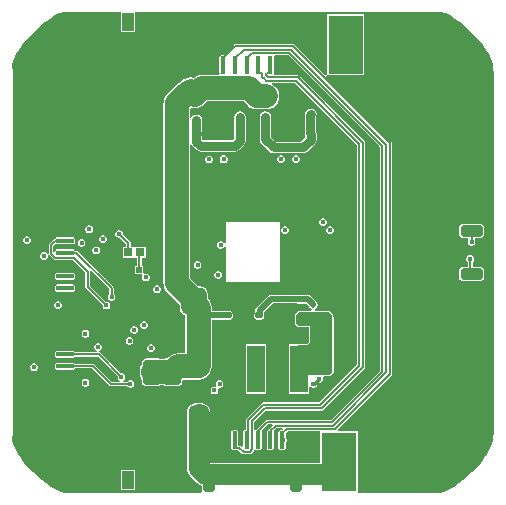
<source format=gtl>
G04*
G04 #@! TF.GenerationSoftware,Altium Limited,Altium Designer,23.8.1 (32)*
G04*
G04 Layer_Physical_Order=1*
G04 Layer_Color=255*
%FSLAX44Y44*%
%MOMM*%
G71*
G04*
G04 #@! TF.SameCoordinates,63047707-2AD3-47D3-9D9A-8CE44674FD2A*
G04*
G04*
G04 #@! TF.FilePolarity,Positive*
G04*
G01*
G75*
%ADD10C,0.2540*%
%ADD11C,0.2000*%
%ADD14C,0.1524*%
%ADD15R,0.8000X0.7000*%
G04:AMPARAMS|DCode=16|XSize=2.16mm|YSize=2.26mm|CornerRadius=0.54mm|HoleSize=0mm|Usage=FLASHONLY|Rotation=0.000|XOffset=0mm|YOffset=0mm|HoleType=Round|Shape=RoundedRectangle|*
%AMROUNDEDRECTD16*
21,1,2.1600,1.1800,0,0,0.0*
21,1,1.0800,2.2600,0,0,0.0*
1,1,1.0800,0.5400,-0.5900*
1,1,1.0800,-0.5400,-0.5900*
1,1,1.0800,-0.5400,0.5900*
1,1,1.0800,0.5400,0.5900*
%
%ADD16ROUNDEDRECTD16*%
G04:AMPARAMS|DCode=17|XSize=0.4mm|YSize=1.5mm|CornerRadius=0.1mm|HoleSize=0mm|Usage=FLASHONLY|Rotation=270.000|XOffset=0mm|YOffset=0mm|HoleType=Round|Shape=RoundedRectangle|*
%AMROUNDEDRECTD17*
21,1,0.4000,1.3000,0,0,270.0*
21,1,0.2000,1.5000,0,0,270.0*
1,1,0.2000,-0.6500,-0.1000*
1,1,0.2000,-0.6500,0.1000*
1,1,0.2000,0.6500,0.1000*
1,1,0.2000,0.6500,-0.1000*
%
%ADD17ROUNDEDRECTD17*%
G04:AMPARAMS|DCode=18|XSize=1mm|YSize=1.5mm|CornerRadius=0.25mm|HoleSize=0mm|Usage=FLASHONLY|Rotation=90.000|XOffset=0mm|YOffset=0mm|HoleType=Round|Shape=RoundedRectangle|*
%AMROUNDEDRECTD18*
21,1,1.0000,1.0000,0,0,90.0*
21,1,0.5000,1.5000,0,0,90.0*
1,1,0.5000,0.5000,0.2500*
1,1,0.5000,0.5000,-0.2500*
1,1,0.5000,-0.5000,-0.2500*
1,1,0.5000,-0.5000,0.2500*
%
%ADD18ROUNDEDRECTD18*%
%ADD19R,0.4682X0.4725*%
%ADD20R,1.0000X1.5000*%
%ADD21R,3.0000X5.0000*%
G04:AMPARAMS|DCode=22|XSize=0.4mm|YSize=1.5mm|CornerRadius=0.1mm|HoleSize=0mm|Usage=FLASHONLY|Rotation=0.000|XOffset=0mm|YOffset=0mm|HoleType=Round|Shape=RoundedRectangle|*
%AMROUNDEDRECTD22*
21,1,0.4000,1.3000,0,0,0.0*
21,1,0.2000,1.5000,0,0,0.0*
1,1,0.2000,0.1000,-0.6500*
1,1,0.2000,-0.1000,-0.6500*
1,1,0.2000,-0.1000,0.6500*
1,1,0.2000,0.1000,0.6500*
%
%ADD22ROUNDEDRECTD22*%
G04:AMPARAMS|DCode=23|XSize=1mm|YSize=1.5mm|CornerRadius=0.25mm|HoleSize=0mm|Usage=FLASHONLY|Rotation=0.000|XOffset=0mm|YOffset=0mm|HoleType=Round|Shape=RoundedRectangle|*
%AMROUNDEDRECTD23*
21,1,1.0000,1.0000,0,0,0.0*
21,1,0.5000,1.5000,0,0,0.0*
1,1,0.5000,0.2500,-0.5000*
1,1,0.5000,-0.2500,-0.5000*
1,1,0.5000,-0.2500,0.5000*
1,1,0.5000,0.2500,0.5000*
%
%ADD23ROUNDEDRECTD23*%
%ADD24R,1.5000X4.0000*%
G04:AMPARAMS|DCode=25|XSize=0.5mm|YSize=0.6mm|CornerRadius=0.125mm|HoleSize=0mm|Usage=FLASHONLY|Rotation=90.000|XOffset=0mm|YOffset=0mm|HoleType=Round|Shape=RoundedRectangle|*
%AMROUNDEDRECTD25*
21,1,0.5000,0.3500,0,0,90.0*
21,1,0.2500,0.6000,0,0,90.0*
1,1,0.2500,0.1750,0.1250*
1,1,0.2500,0.1750,-0.1250*
1,1,0.2500,-0.1750,-0.1250*
1,1,0.2500,-0.1750,0.1250*
%
%ADD25ROUNDEDRECTD25*%
G04:AMPARAMS|DCode=26|XSize=1.016mm|YSize=1.8796mm|CornerRadius=0.254mm|HoleSize=0mm|Usage=FLASHONLY|Rotation=270.000|XOffset=0mm|YOffset=0mm|HoleType=Round|Shape=RoundedRectangle|*
%AMROUNDEDRECTD26*
21,1,1.0160,1.3716,0,0,270.0*
21,1,0.5080,1.8796,0,0,270.0*
1,1,0.5080,-0.6858,-0.2540*
1,1,0.5080,-0.6858,0.2540*
1,1,0.5080,0.6858,0.2540*
1,1,0.5080,0.6858,-0.2540*
%
%ADD26ROUNDEDRECTD26*%
G04:AMPARAMS|DCode=27|XSize=1.5mm|YSize=1mm|CornerRadius=0.25mm|HoleSize=0mm|Usage=FLASHONLY|Rotation=180.000|XOffset=0mm|YOffset=0mm|HoleType=Round|Shape=RoundedRectangle|*
%AMROUNDEDRECTD27*
21,1,1.5000,0.5000,0,0,180.0*
21,1,1.0000,1.0000,0,0,180.0*
1,1,0.5000,-0.5000,0.2500*
1,1,0.5000,0.5000,0.2500*
1,1,0.5000,0.5000,-0.2500*
1,1,0.5000,-0.5000,-0.2500*
%
%ADD27ROUNDEDRECTD27*%
G04:AMPARAMS|DCode=28|XSize=1.397mm|YSize=1.651mm|CornerRadius=0.3493mm|HoleSize=0mm|Usage=FLASHONLY|Rotation=90.000|XOffset=0mm|YOffset=0mm|HoleType=Round|Shape=RoundedRectangle|*
%AMROUNDEDRECTD28*
21,1,1.3970,0.9525,0,0,90.0*
21,1,0.6985,1.6510,0,0,90.0*
1,1,0.6985,0.4763,0.3493*
1,1,0.6985,0.4763,-0.3493*
1,1,0.6985,-0.4763,-0.3493*
1,1,0.6985,-0.4763,0.3493*
%
%ADD28ROUNDEDRECTD28*%
%ADD46C,0.1500*%
%ADD47C,1.7780*%
%ADD48C,2.0320*%
%ADD49C,0.1519*%
%ADD50C,0.1520*%
%ADD51C,0.5080*%
%ADD52C,0.7620*%
%ADD53C,0.5000*%
%ADD54C,0.1016*%
%ADD55C,5.0800*%
%ADD56C,0.4500*%
%ADD57C,0.6000*%
G36*
X27657Y167095D02*
X30490D01*
X107913Y89672D01*
Y-100086D01*
X66304Y-141695D01*
X12446D01*
X11752Y-141833D01*
X11163Y-142227D01*
X3321Y-150069D01*
X3067Y-150449D01*
X2844Y-150598D01*
X1822Y-150230D01*
X1574Y-150035D01*
Y-143631D01*
X11310Y-133894D01*
X58796D01*
X59490Y-133756D01*
X60079Y-133363D01*
X95026Y-98416D01*
X95419Y-97827D01*
X95557Y-97133D01*
Y92947D01*
X95419Y93641D01*
X95026Y94230D01*
X39483Y149773D01*
X38894Y150167D01*
X38200Y150305D01*
X37080D01*
X36881Y150344D01*
X27597D01*
X27397Y150305D01*
X23060D01*
X22875Y150428D01*
X22181Y150566D01*
X18827D01*
X18562Y150823D01*
X17973Y151837D01*
X18055Y152250D01*
Y165250D01*
X17921Y165925D01*
X17945Y166108D01*
X18652Y167195D01*
X27155D01*
X27657Y167095D01*
D02*
G37*
G36*
X-155058Y203665D02*
X-112281D01*
X-111159Y203307D01*
X-111159Y202395D01*
Y186276D01*
X-99127D01*
Y202395D01*
X-99127Y203307D01*
X-98005Y203665D01*
X153796D01*
X153805Y203665D01*
X155058Y203665D01*
X156289Y203571D01*
X159386Y203328D01*
X163608Y202314D01*
X167619Y200653D01*
X170697Y198766D01*
X171715Y198019D01*
X171715Y198019D01*
X171715Y198019D01*
X178015Y193053D01*
X185829Y185829D01*
X193053Y178015D01*
X198019Y171715D01*
X198019Y171715D01*
X198019Y171715D01*
X198766Y170697D01*
X200653Y167619D01*
X202314Y163608D01*
X203328Y159386D01*
X203571Y156290D01*
X203665Y155058D01*
X203843Y154164D01*
X204002Y153927D01*
X204203Y153626D01*
Y-153626D01*
X203843Y-154164D01*
X203665Y-155058D01*
X203571Y-156290D01*
X203328Y-159386D01*
X202314Y-163608D01*
X200653Y-167619D01*
X198766Y-170697D01*
X198019Y-171715D01*
X198019Y-171715D01*
X198019Y-171715D01*
X193053Y-178015D01*
X185829Y-185829D01*
X178015Y-193053D01*
X171715Y-198019D01*
X171715Y-198019D01*
X171715Y-198019D01*
X170697Y-198766D01*
X167619Y-200653D01*
X163608Y-202314D01*
X159386Y-203328D01*
X156347Y-203567D01*
X155595Y-203417D01*
X90288D01*
X89168Y-203054D01*
Y-151022D01*
X72615D01*
X72089Y-149752D01*
X117617Y-104224D01*
X118011Y-103635D01*
X118149Y-102939D01*
Y92456D01*
X118011Y93151D01*
X117617Y93741D01*
X62549Y148808D01*
X63148Y150006D01*
X63818Y150006D01*
X94756D01*
Y202038D01*
X62724D01*
Y151192D01*
X62724Y150430D01*
X61526Y149831D01*
X35617Y175741D01*
X35027Y176135D01*
X34332Y176273D01*
X-14794D01*
X-15489Y176135D01*
X-16079Y175741D01*
X-24514Y167306D01*
X-26000D01*
X-26787Y167149D01*
X-27453Y166703D01*
X-27899Y166037D01*
X-28056Y165250D01*
Y152250D01*
X-27933Y151636D01*
X-28097Y151190D01*
X-28693Y150366D01*
X-43028D01*
X-43028Y150366D01*
X-44487Y150174D01*
X-45947Y149982D01*
X-47073Y149516D01*
X-48666Y148856D01*
X-49828Y147964D01*
X-52451Y148309D01*
X-55370Y147925D01*
X-58089Y146799D01*
X-60425Y145007D01*
X-61982Y143450D01*
X-62788Y143116D01*
X-65124Y141324D01*
X-72236Y134212D01*
X-74028Y131876D01*
X-75154Y129157D01*
X-75346Y127697D01*
X-75539Y126238D01*
X-75539Y126238D01*
Y-25938D01*
X-75539Y-25938D01*
X-75346Y-27397D01*
X-75154Y-28857D01*
X-74688Y-29983D01*
X-74028Y-31576D01*
X-72236Y-33912D01*
X-61748Y-44400D01*
Y-46794D01*
X-61250Y-49297D01*
X-59832Y-51420D01*
X-57709Y-52838D01*
X-56996Y-52979D01*
Y-57912D01*
Y-85244D01*
X-62992D01*
X-62992Y-85244D01*
X-65911Y-85628D01*
X-68630Y-86754D01*
X-70966Y-88546D01*
X-70966Y-88546D01*
X-72093Y-89674D01*
X-73327D01*
X-74699Y-89947D01*
X-74882Y-90070D01*
X-78281D01*
X-78465Y-89947D01*
X-79837Y-89674D01*
X-89837D01*
X-91209Y-89947D01*
X-92372Y-90724D01*
X-93149Y-91887D01*
X-93422Y-93259D01*
Y-94578D01*
X-94094Y-95454D01*
X-95220Y-98174D01*
X-95604Y-101092D01*
X-95220Y-104011D01*
X-94094Y-106730D01*
X-93420Y-107608D01*
Y-109687D01*
X-93147Y-111059D01*
X-92370Y-112222D01*
X-91207Y-112999D01*
X-89835Y-113272D01*
X-79835D01*
X-78463Y-112999D01*
X-77899Y-112622D01*
X-75261D01*
X-74697Y-112999D01*
X-73325Y-113272D01*
X-63325D01*
X-61953Y-112999D01*
X-60790Y-112222D01*
X-60013Y-111059D01*
X-59740Y-109687D01*
Y-109216D01*
X-58321Y-107796D01*
X-45720D01*
X-42801Y-107412D01*
X-40082Y-106286D01*
X-37746Y-104494D01*
X-35954Y-102158D01*
X-34828Y-99439D01*
X-34444Y-96520D01*
Y-56970D01*
X-20914D01*
X-20565Y-56900D01*
X-19164D01*
X-18280Y-56725D01*
X-17530Y-56224D01*
X-17030Y-55474D01*
X-16854Y-54590D01*
Y-52090D01*
X-17030Y-51206D01*
X-17530Y-50456D01*
X-18280Y-49956D01*
X-19164Y-49780D01*
X-20565D01*
X-20914Y-49710D01*
X-34444D01*
Y-46882D01*
X-34828Y-43963D01*
X-35954Y-41244D01*
X-37746Y-38908D01*
X-37864Y-38818D01*
Y-34994D01*
X-38362Y-32491D01*
X-39780Y-30368D01*
X-41903Y-28950D01*
X-44406Y-28452D01*
X-45800D01*
X-52986Y-21267D01*
Y91081D01*
X-51715Y91466D01*
X-51028Y90437D01*
X-47278Y86688D01*
X-45681Y85620D01*
X-43796Y85245D01*
X-15240D01*
X-13355Y85620D01*
X-11758Y86688D01*
X-7186Y91260D01*
X-6118Y92857D01*
X-5743Y94742D01*
Y106934D01*
Y114554D01*
X-6118Y116439D01*
X-7186Y118036D01*
X-8783Y119104D01*
X-10668Y119479D01*
X-12553Y119104D01*
X-14150Y118036D01*
X-15218Y116439D01*
X-15593Y114554D01*
Y106934D01*
Y96782D01*
X-17280Y95095D01*
X-41757D01*
X-42621Y95960D01*
Y96520D01*
X-42996Y98405D01*
X-43335Y98912D01*
Y101748D01*
X-42996Y102255D01*
X-42621Y104140D01*
Y111519D01*
X-42573Y111760D01*
X-42948Y113645D01*
X-44016Y115242D01*
X-45613Y116310D01*
X-47498Y116685D01*
X-49383Y116310D01*
X-50980Y115242D01*
X-51028Y115194D01*
X-51715Y114166D01*
X-52986Y114551D01*
Y121567D01*
X-51975Y122577D01*
X-51687Y122458D01*
X-48768Y122073D01*
X-45849Y122458D01*
X-43130Y123584D01*
X-40794Y125376D01*
X-38357Y127814D01*
X-7617D01*
X-4164Y124360D01*
X-4164Y124360D01*
X-1828Y122568D01*
X891Y121442D01*
X3810Y121058D01*
X11430D01*
X14349Y121442D01*
X17068Y122568D01*
X19404Y124360D01*
X21196Y126696D01*
X22322Y129415D01*
X22706Y132334D01*
X22322Y135253D01*
X21196Y137972D01*
X19404Y140308D01*
X17068Y142100D01*
X16467Y142349D01*
X16720Y143619D01*
X20189D01*
X20374Y143495D01*
X21068Y143357D01*
X36073D01*
X88610Y90821D01*
Y-95007D01*
X56670Y-126947D01*
X9184D01*
X8490Y-127085D01*
X7901Y-127478D01*
X-4842Y-140222D01*
X-5236Y-140810D01*
X-5374Y-141505D01*
Y-150195D01*
X-6000D01*
X-6787Y-150351D01*
X-7454Y-150796D01*
X-7899Y-151463D01*
X-8055Y-152250D01*
Y-164149D01*
X-9326Y-164675D01*
X-9942Y-164059D01*
X-10530Y-163666D01*
X-11225Y-163528D01*
X-11945D01*
Y-152250D01*
X-12101Y-151463D01*
X-12546Y-150796D01*
X-13213Y-150351D01*
X-14000Y-150195D01*
X-16000D01*
X-16787Y-150351D01*
X-17454Y-150796D01*
X-17899Y-151463D01*
X-18055Y-152250D01*
Y-165250D01*
X-17899Y-166037D01*
X-17454Y-166703D01*
X-16787Y-167149D01*
X-16000Y-167306D01*
X-14000D01*
X-13250Y-167156D01*
X-11976D01*
X-8840Y-170292D01*
X-8252Y-170686D01*
X-7557Y-170824D01*
X-2443D01*
X-1748Y-170686D01*
X-1160Y-170292D01*
X1042Y-168090D01*
X1436Y-167502D01*
X1462Y-167367D01*
X1854Y-167128D01*
X2724Y-166876D01*
X2813Y-166882D01*
X3213Y-167149D01*
X4000Y-167306D01*
X6000D01*
X6787Y-167149D01*
X7454Y-166703D01*
X7899Y-166037D01*
X8055Y-165250D01*
Y-152250D01*
X7899Y-151463D01*
X7563Y-150960D01*
X13198Y-145325D01*
X16641D01*
X17127Y-146498D01*
X13715Y-149910D01*
X13452Y-150303D01*
X13213Y-150351D01*
X12547Y-150796D01*
X12101Y-151463D01*
X11945Y-152250D01*
Y-158186D01*
X11920Y-158245D01*
Y-159544D01*
X11945Y-159603D01*
Y-165250D01*
X12101Y-166037D01*
X12547Y-166703D01*
X13213Y-167149D01*
X14000Y-167306D01*
X16000D01*
X16787Y-167149D01*
X17454Y-166703D01*
X17899Y-166037D01*
X18055Y-165250D01*
Y-160502D01*
X18452Y-159544D01*
Y-158245D01*
X18055Y-157287D01*
Y-152250D01*
X17899Y-151463D01*
X17659Y-151105D01*
X20389Y-148375D01*
X24924D01*
X25546Y-149645D01*
X25119Y-150195D01*
X24000D01*
X23213Y-150351D01*
X22547Y-150796D01*
X22101Y-151463D01*
X21944Y-152250D01*
Y-165250D01*
X22101Y-166037D01*
X22547Y-166703D01*
X23213Y-167149D01*
X24000Y-167306D01*
X26000D01*
X26787Y-167149D01*
X27453Y-166703D01*
X27899Y-166037D01*
X28056Y-165250D01*
Y-161312D01*
X28369Y-160998D01*
X28866Y-159798D01*
Y-158499D01*
X28369Y-157298D01*
X28056Y-156985D01*
Y-152764D01*
X29721Y-151099D01*
X57002D01*
X57136Y-152322D01*
Y-177964D01*
X-35724D01*
Y-137160D01*
X-36065Y-134573D01*
X-36361Y-133859D01*
Y-133667D01*
X-36711Y-131908D01*
X-37707Y-130417D01*
X-39198Y-129421D01*
X-39642Y-129332D01*
X-40722Y-128504D01*
X-43133Y-127505D01*
X-45720Y-127164D01*
X-48307Y-127505D01*
X-50718Y-128504D01*
X-51798Y-129332D01*
X-52242Y-129421D01*
X-53733Y-130417D01*
X-54729Y-131908D01*
X-55079Y-133667D01*
Y-133859D01*
X-55375Y-134573D01*
X-55715Y-137160D01*
Y-182118D01*
X-55375Y-184705D01*
X-54376Y-187116D01*
X-52788Y-189186D01*
X-46946Y-195028D01*
X-44876Y-196616D01*
X-42995Y-197395D01*
Y-200580D01*
X-42722Y-201952D01*
X-42591Y-202147D01*
X-43270Y-203417D01*
X-154520D01*
X-155414Y-203595D01*
X-155474Y-203636D01*
X-159386Y-203328D01*
X-163608Y-202314D01*
X-167619Y-200653D01*
X-170697Y-198766D01*
X-171715Y-198019D01*
X-171715Y-198019D01*
X-171715Y-198019D01*
X-178015Y-193053D01*
X-185829Y-185829D01*
X-193053Y-178015D01*
X-198019Y-171715D01*
X-198019Y-171715D01*
X-198019Y-171715D01*
X-198766Y-170697D01*
X-200653Y-167619D01*
X-202314Y-163608D01*
X-203328Y-159386D01*
X-203585Y-156121D01*
X-203305Y-155703D01*
X-203128Y-154810D01*
Y155306D01*
X-203305Y156199D01*
X-203550Y156565D01*
X-203328Y159386D01*
X-202314Y163608D01*
X-200653Y167619D01*
X-198766Y170697D01*
X-198019Y171715D01*
X-198019Y171715D01*
X-198019Y171715D01*
X-193053Y178015D01*
X-185829Y185829D01*
X-178015Y193053D01*
X-171715Y198019D01*
X-171715Y198019D01*
X-171715Y198019D01*
X-170697Y198766D01*
X-167619Y200653D01*
X-163608Y202314D01*
X-159386Y203328D01*
X-155069Y203667D01*
X-155058Y203665D01*
D02*
G37*
%LPC*%
G36*
X49334Y121868D02*
X47450Y121493D01*
X45852Y120426D01*
X45540Y120114D01*
X44472Y118516D01*
X44097Y116631D01*
Y108712D01*
Y100838D01*
X44351Y99561D01*
Y97375D01*
X40801Y93825D01*
X19820D01*
X15847Y97798D01*
Y106934D01*
Y114554D01*
X15472Y116439D01*
X14404Y118036D01*
X12807Y119104D01*
X10922Y119479D01*
X9037Y119104D01*
X7440Y118036D01*
X6372Y116439D01*
X5997Y114554D01*
Y106934D01*
Y95758D01*
X6372Y93873D01*
X7440Y92276D01*
X14298Y85418D01*
X15895Y84350D01*
X17780Y83975D01*
X42841D01*
X44726Y84350D01*
X46323Y85418D01*
X52758Y91853D01*
X53826Y93450D01*
X54201Y95335D01*
Y100584D01*
X53947Y101861D01*
Y108712D01*
Y115374D01*
X54259Y116944D01*
X53884Y118828D01*
X52816Y120426D01*
X51219Y121493D01*
X49334Y121868D01*
D02*
G37*
G36*
X37480Y82224D02*
X36180D01*
X34980Y81727D01*
X34061Y80808D01*
X33564Y79608D01*
Y78308D01*
X34061Y77108D01*
X34980Y76189D01*
X36180Y75692D01*
X37480D01*
X38680Y76189D01*
X39599Y77108D01*
X40096Y78308D01*
Y79608D01*
X39599Y80808D01*
X38680Y81727D01*
X37480Y82224D01*
D02*
G37*
G36*
X24780D02*
X23480D01*
X22280Y81727D01*
X21361Y80808D01*
X20864Y79608D01*
Y78308D01*
X21361Y77108D01*
X22280Y76189D01*
X23480Y75692D01*
X24780D01*
X25980Y76189D01*
X26899Y77108D01*
X27396Y78308D01*
Y79608D01*
X26899Y80808D01*
X25980Y81727D01*
X24780Y82224D01*
D02*
G37*
G36*
X-23770Y82106D02*
X-25070D01*
X-26270Y81609D01*
X-27189Y80690D01*
X-27686Y79490D01*
Y78190D01*
X-27189Y76990D01*
X-26270Y76071D01*
X-25070Y75574D01*
X-23770D01*
X-22570Y76071D01*
X-21651Y76990D01*
X-21154Y78190D01*
Y79490D01*
X-21651Y80690D01*
X-22570Y81609D01*
X-23770Y82106D01*
D02*
G37*
G36*
X-36180Y82006D02*
X-37480D01*
X-38680Y81509D01*
X-39599Y80590D01*
X-40096Y79390D01*
Y78090D01*
X-39599Y76890D01*
X-38680Y75971D01*
X-37480Y75474D01*
X-36180D01*
X-34980Y75971D01*
X-34061Y76890D01*
X-33564Y78090D01*
Y79390D01*
X-34061Y80590D01*
X-34980Y81509D01*
X-36180Y82006D01*
D02*
G37*
G36*
X60340Y28920D02*
X59040D01*
X57840Y28423D01*
X56921Y27504D01*
X56424Y26304D01*
Y25004D01*
X56921Y23804D01*
X57840Y22885D01*
X59040Y22388D01*
X60340D01*
X61540Y22885D01*
X62459Y23804D01*
X62956Y25004D01*
Y26304D01*
X62459Y27504D01*
X61540Y28423D01*
X60340Y28920D01*
D02*
G37*
G36*
X-137526Y22824D02*
X-138826D01*
X-140026Y22327D01*
X-140945Y21408D01*
X-141442Y20208D01*
Y18908D01*
X-140945Y17708D01*
X-140026Y16789D01*
X-138826Y16292D01*
X-137526D01*
X-136326Y16789D01*
X-135407Y17708D01*
X-134910Y18908D01*
Y20208D01*
X-135407Y21408D01*
X-136326Y22327D01*
X-137526Y22824D01*
D02*
G37*
G36*
X66182Y22316D02*
X64882D01*
X63682Y21819D01*
X62763Y20900D01*
X62266Y19700D01*
Y18400D01*
X62763Y17200D01*
X63682Y16281D01*
X64882Y15784D01*
X66182D01*
X67382Y16281D01*
X68301Y17200D01*
X68798Y18400D01*
Y19700D01*
X68301Y20900D01*
X67382Y21819D01*
X66182Y22316D01*
D02*
G37*
G36*
X28082D02*
X26782D01*
X25582Y21819D01*
X24663Y20900D01*
X24166Y19700D01*
Y18400D01*
X24663Y17200D01*
X25582Y16281D01*
X26782Y15784D01*
X28082D01*
X29282Y16281D01*
X30201Y17200D01*
X30698Y18400D01*
Y19700D01*
X30201Y20900D01*
X29282Y21819D01*
X28082Y22316D01*
D02*
G37*
G36*
X22860Y25400D02*
X-22860D01*
Y8392D01*
X-24130Y8139D01*
X-24155Y8200D01*
X-25074Y9119D01*
X-26274Y9616D01*
X-27574D01*
X-28774Y9119D01*
X-29693Y8200D01*
X-30190Y7000D01*
Y5700D01*
X-29693Y4500D01*
X-28774Y3581D01*
X-27574Y3084D01*
X-26274D01*
X-25074Y3581D01*
X-24155Y4500D01*
X-24130Y4561D01*
X-22860Y4308D01*
Y-25400D01*
X22860D01*
Y25400D01*
D02*
G37*
G36*
X-125933Y14442D02*
X-127233D01*
X-128433Y13945D01*
X-129352Y13026D01*
X-129849Y11826D01*
Y10526D01*
X-129352Y9326D01*
X-128433Y8407D01*
X-127233Y7910D01*
X-125933D01*
X-124733Y8407D01*
X-123814Y9326D01*
X-123317Y10526D01*
Y11826D01*
X-123814Y13026D01*
X-124733Y13945D01*
X-125933Y14442D01*
D02*
G37*
G36*
X-190358Y13934D02*
X-191658D01*
X-192858Y13437D01*
X-193777Y12518D01*
X-194274Y11318D01*
Y10018D01*
X-193777Y8818D01*
X-192858Y7899D01*
X-191658Y7402D01*
X-190358D01*
X-189158Y7899D01*
X-188239Y8818D01*
X-187742Y10018D01*
Y11318D01*
X-188239Y12518D01*
X-189158Y13437D01*
X-190358Y13934D01*
D02*
G37*
G36*
X-152250Y12895D02*
X-165250D01*
X-166037Y12739D01*
X-166703Y12293D01*
X-167149Y11627D01*
X-167193Y11407D01*
X-167869Y11272D01*
X-168455Y10881D01*
X-171710Y7626D01*
X-172101Y7041D01*
X-172239Y6350D01*
Y-781D01*
X-172239Y-1279D01*
X-172278Y-1332D01*
X-173534Y-1492D01*
X-173761Y-944D01*
X-174680Y-25D01*
X-175880Y472D01*
X-177180D01*
X-178380Y-25D01*
X-179299Y-944D01*
X-179796Y-2144D01*
Y-3444D01*
X-179299Y-4644D01*
X-178380Y-5563D01*
X-177180Y-6060D01*
X-175880D01*
X-174680Y-5563D01*
X-173761Y-4644D01*
X-173264Y-3444D01*
X-173264Y-2342D01*
X-172101Y-1970D01*
X-171710Y-2555D01*
X-168079Y-6186D01*
X-167494Y-6577D01*
X-166803Y-6715D01*
X-151944D01*
X-141415Y-17244D01*
Y-29013D01*
X-141278Y-29704D01*
X-140886Y-30289D01*
X-126981Y-44195D01*
X-127000Y-44240D01*
Y-45539D01*
X-126503Y-46740D01*
X-125584Y-47658D01*
X-124384Y-48156D01*
X-123084D01*
X-121884Y-47658D01*
X-120965Y-46740D01*
X-120468Y-45539D01*
Y-44240D01*
X-120965Y-43040D01*
X-121884Y-42121D01*
X-123084Y-41624D01*
X-124384D01*
X-124429Y-41642D01*
X-137806Y-28266D01*
Y-16496D01*
X-137943Y-15806D01*
X-138041Y-15659D01*
X-137055Y-14850D01*
X-121185Y-30719D01*
Y-34778D01*
X-121230Y-34797D01*
X-122149Y-35715D01*
X-122646Y-36916D01*
Y-38215D01*
X-122149Y-39415D01*
X-121230Y-40334D01*
X-120030Y-40831D01*
X-118730D01*
X-117530Y-40334D01*
X-116611Y-39415D01*
X-116114Y-38215D01*
Y-36916D01*
X-116611Y-35715D01*
X-117530Y-34797D01*
X-117575Y-34778D01*
Y-29972D01*
X-117713Y-29281D01*
X-118104Y-28696D01*
X-147916Y1116D01*
X-148501Y1507D01*
X-149192Y1645D01*
X-150363D01*
X-150796Y2294D01*
X-151463Y2739D01*
X-152250Y2896D01*
X-165250D01*
X-166037Y2739D01*
X-166703Y2294D01*
X-167149Y1627D01*
X-167206Y1343D01*
X-168284Y756D01*
X-168575Y731D01*
X-168629Y767D01*
Y5602D01*
X-166833Y7399D01*
X-166703Y7387D01*
X-166037Y6941D01*
X-165250Y6784D01*
X-152250D01*
X-151463Y6941D01*
X-150796Y7387D01*
X-150351Y8053D01*
X-150195Y8840D01*
Y10840D01*
X-150351Y11627D01*
X-150796Y12293D01*
X-151463Y12739D01*
X-152250Y12895D01*
D02*
G37*
G36*
X192278Y24454D02*
X178562D01*
X177174Y24178D01*
X175998Y23392D01*
X175212Y22215D01*
X174936Y20828D01*
Y15748D01*
X175212Y14361D01*
X175998Y13184D01*
X177174Y12398D01*
X178562Y12122D01*
X182237D01*
X182764Y10852D01*
X182651Y10740D01*
X182154Y9540D01*
Y8240D01*
X182651Y7040D01*
X183570Y6121D01*
X184770Y5624D01*
X186070D01*
X187270Y6121D01*
X188189Y7040D01*
X188686Y8240D01*
Y9540D01*
X188189Y10740D01*
X188076Y10852D01*
X188603Y12122D01*
X192278D01*
X193666Y12398D01*
X194842Y13184D01*
X195628Y14361D01*
X195904Y15748D01*
Y20828D01*
X195628Y22215D01*
X194842Y23392D01*
X193666Y24178D01*
X192278Y24454D01*
D02*
G37*
G36*
X-144130Y11140D02*
X-145430D01*
X-146630Y10643D01*
X-147549Y9724D01*
X-148046Y8524D01*
Y7224D01*
X-147549Y6024D01*
X-146630Y5105D01*
X-145430Y4608D01*
X-144130D01*
X-142930Y5105D01*
X-142011Y6024D01*
X-141514Y7224D01*
Y8524D01*
X-142011Y9724D01*
X-142930Y10643D01*
X-144130Y11140D01*
D02*
G37*
G36*
X-131593Y4938D02*
X-132893D01*
X-134093Y4441D01*
X-135012Y3522D01*
X-135509Y2322D01*
Y1022D01*
X-135012Y-178D01*
X-134093Y-1097D01*
X-132893Y-1594D01*
X-131593D01*
X-130393Y-1097D01*
X-129474Y-178D01*
X-128977Y1022D01*
Y2322D01*
X-129474Y3522D01*
X-130393Y4441D01*
X-131593Y4938D01*
D02*
G37*
G36*
X-45832Y-7402D02*
X-47132D01*
X-48332Y-7899D01*
X-49251Y-8818D01*
X-49748Y-10018D01*
Y-11318D01*
X-49251Y-12518D01*
X-48332Y-13437D01*
X-47132Y-13934D01*
X-45832D01*
X-44632Y-13437D01*
X-43713Y-12518D01*
X-43216Y-11318D01*
Y-10018D01*
X-43713Y-8818D01*
X-44632Y-7899D01*
X-45832Y-7402D01*
D02*
G37*
G36*
X-28306Y-15784D02*
X-29606D01*
X-30806Y-16281D01*
X-31725Y-17200D01*
X-32222Y-18400D01*
Y-19700D01*
X-31725Y-20900D01*
X-30806Y-21819D01*
X-29606Y-22316D01*
X-28306D01*
X-27106Y-21819D01*
X-26187Y-20900D01*
X-25690Y-19700D01*
Y-18400D01*
X-26187Y-17200D01*
X-27106Y-16281D01*
X-28306Y-15784D01*
D02*
G37*
G36*
X-152250Y-17105D02*
X-165250D01*
X-166037Y-17261D01*
X-166703Y-17707D01*
X-167149Y-18373D01*
X-167306Y-19160D01*
Y-21160D01*
X-167149Y-21947D01*
X-166703Y-22613D01*
X-166037Y-23059D01*
X-165250Y-23215D01*
X-152250D01*
X-151463Y-23059D01*
X-150796Y-22613D01*
X-150351Y-21947D01*
X-150195Y-21160D01*
Y-19160D01*
X-150351Y-18373D01*
X-150796Y-17707D01*
X-151463Y-17261D01*
X-152250Y-17105D01*
D02*
G37*
G36*
X-112126Y19014D02*
X-113426D01*
X-114626Y18517D01*
X-115545Y17598D01*
X-116042Y16398D01*
Y15098D01*
X-115545Y13898D01*
X-114626Y12979D01*
X-113426Y12482D01*
X-112423D01*
X-107060Y7119D01*
Y4516D01*
X-110016D01*
Y-4516D01*
X-97860D01*
Y-11100D01*
X-99157D01*
Y-17856D01*
X-93577D01*
X-93051Y-19126D01*
X-93193Y-19268D01*
X-93690Y-20468D01*
Y-21768D01*
X-93193Y-22968D01*
X-92274Y-23887D01*
X-91074Y-24384D01*
X-89774D01*
X-88574Y-23887D01*
X-87655Y-22968D01*
X-87158Y-21768D01*
Y-20468D01*
X-87655Y-19268D01*
X-88574Y-18349D01*
X-89774Y-17852D01*
X-91074D01*
X-91192Y-17901D01*
X-92444Y-17045D01*
Y-11100D01*
X-93741D01*
Y-4516D01*
X-89984D01*
Y4516D01*
X-102940D01*
Y7972D01*
X-103097Y8760D01*
X-103544Y9428D01*
X-109510Y15395D01*
Y16398D01*
X-110007Y17598D01*
X-110926Y18517D01*
X-112126Y19014D01*
D02*
G37*
G36*
X185054Y-2068D02*
X183754D01*
X182554Y-2565D01*
X181635Y-3484D01*
X181138Y-4684D01*
Y-5984D01*
X181635Y-7184D01*
X182344Y-7893D01*
Y-12122D01*
X178562D01*
X177174Y-12398D01*
X175998Y-13184D01*
X175212Y-14361D01*
X174936Y-15748D01*
Y-20828D01*
X175212Y-22215D01*
X175998Y-23392D01*
X177174Y-24178D01*
X178562Y-24454D01*
X192278D01*
X193666Y-24178D01*
X194842Y-23392D01*
X195628Y-22215D01*
X195904Y-20828D01*
Y-15748D01*
X195628Y-14361D01*
X194842Y-13184D01*
X193666Y-12398D01*
X192278Y-12122D01*
X186464D01*
Y-7893D01*
X187173Y-7184D01*
X187670Y-5984D01*
Y-4684D01*
X187173Y-3484D01*
X186254Y-2565D01*
X185054Y-2068D01*
D02*
G37*
G36*
X-152250Y-27104D02*
X-165250D01*
X-166037Y-27261D01*
X-166703Y-27706D01*
X-167149Y-28373D01*
X-167306Y-29160D01*
Y-31160D01*
X-167149Y-31947D01*
X-166703Y-32613D01*
X-166037Y-33059D01*
X-165250Y-33215D01*
X-152250D01*
X-151463Y-33059D01*
X-150796Y-32613D01*
X-150351Y-31947D01*
X-150195Y-31160D01*
Y-29160D01*
X-150351Y-28373D01*
X-150796Y-27706D01*
X-151463Y-27261D01*
X-152250Y-27104D01*
D02*
G37*
G36*
X-80122Y-27976D02*
X-81422D01*
X-82622Y-28473D01*
X-83541Y-29392D01*
X-84038Y-30592D01*
Y-31892D01*
X-83541Y-33092D01*
X-82622Y-34011D01*
X-81422Y-34508D01*
X-80122D01*
X-78922Y-34011D01*
X-78003Y-33092D01*
X-77506Y-31892D01*
Y-30592D01*
X-78003Y-29392D01*
X-78922Y-28473D01*
X-80122Y-27976D01*
D02*
G37*
G36*
X-164156Y-41478D02*
X-165456D01*
X-166656Y-41975D01*
X-167575Y-42894D01*
X-168072Y-44094D01*
Y-45394D01*
X-167575Y-46594D01*
X-166656Y-47513D01*
X-165456Y-48010D01*
X-164156D01*
X-162956Y-47513D01*
X-162037Y-46594D01*
X-161540Y-45394D01*
Y-44094D01*
X-162037Y-42894D01*
X-162956Y-41975D01*
X-164156Y-41478D01*
D02*
G37*
G36*
X38100Y-35740D02*
X15449D01*
X14060Y-36017D01*
X12883Y-36803D01*
X12882Y-36804D01*
X3567Y-46119D01*
X2781Y-47296D01*
X2504Y-48685D01*
Y-50313D01*
X2290Y-50456D01*
X1789Y-51206D01*
X1614Y-52090D01*
Y-54590D01*
X1789Y-55474D01*
X2290Y-56224D01*
X3040Y-56725D01*
X3924Y-56900D01*
X5325D01*
X5674Y-56970D01*
X6094D01*
X6443Y-56900D01*
X7424D01*
X8308Y-56725D01*
X9058Y-56224D01*
X9559Y-55474D01*
X9734Y-54590D01*
Y-53447D01*
X9764Y-53300D01*
Y-50189D01*
X16953Y-43000D01*
X37077D01*
X38354Y-43254D01*
X45740D01*
X48116Y-45630D01*
X48209Y-46093D01*
X48995Y-47271D01*
X49971Y-47922D01*
X49895Y-48819D01*
X49759Y-49192D01*
X39370D01*
X39370Y-49192D01*
X38592Y-49514D01*
X38592Y-49514D01*
X36306Y-51800D01*
X36306Y-51800D01*
X35984Y-52578D01*
Y-59690D01*
X36306Y-60468D01*
X38846Y-63008D01*
X39624Y-63330D01*
X47414D01*
X47414Y-76240D01*
X46119Y-77536D01*
X30566D01*
Y-119568D01*
X47598D01*
Y-113613D01*
X48177Y-113336D01*
X48868Y-113223D01*
X49640Y-113996D01*
X50840Y-114493D01*
X52140D01*
X53340Y-113996D01*
X54259Y-113077D01*
X54756Y-111876D01*
Y-111565D01*
X56121Y-110200D01*
X57038D01*
X58238Y-109703D01*
X59157Y-108784D01*
X59654Y-107584D01*
Y-106284D01*
X59537Y-106002D01*
X60385Y-104732D01*
X65278D01*
X66056Y-104410D01*
X68342Y-102124D01*
X68664Y-101346D01*
Y-54864D01*
X68410Y-54251D01*
Y-52832D01*
X68088Y-52054D01*
X65548Y-49514D01*
X64770Y-49192D01*
X53365D01*
X53229Y-48819D01*
X53153Y-47922D01*
X54129Y-47271D01*
X54915Y-46093D01*
X55192Y-44704D01*
Y-43942D01*
X54915Y-42553D01*
X54129Y-41375D01*
X54128Y-41375D01*
X49811Y-37057D01*
X48633Y-36271D01*
X47244Y-35994D01*
X39377D01*
X38100Y-35740D01*
D02*
G37*
G36*
X-91044Y-58202D02*
X-92344D01*
X-93544Y-58699D01*
X-94463Y-59618D01*
X-94960Y-60818D01*
Y-62118D01*
X-94463Y-63318D01*
X-93544Y-64237D01*
X-92344Y-64734D01*
X-91044D01*
X-89844Y-64237D01*
X-88925Y-63318D01*
X-88428Y-62118D01*
Y-60818D01*
X-88925Y-59618D01*
X-89844Y-58699D01*
X-91044Y-58202D01*
D02*
G37*
G36*
X-99426Y-62520D02*
X-100726D01*
X-101926Y-63017D01*
X-102845Y-63936D01*
X-103342Y-65136D01*
Y-66436D01*
X-102845Y-67636D01*
X-101926Y-68555D01*
X-100726Y-69052D01*
X-99426D01*
X-98226Y-68555D01*
X-97307Y-67636D01*
X-96810Y-66436D01*
Y-65136D01*
X-97307Y-63936D01*
X-98226Y-63017D01*
X-99426Y-62520D01*
D02*
G37*
G36*
X-140828Y-65568D02*
X-142128D01*
X-143328Y-66065D01*
X-144247Y-66984D01*
X-144744Y-68184D01*
Y-69484D01*
X-144247Y-70684D01*
X-143328Y-71603D01*
X-142128Y-72100D01*
X-140828D01*
X-139628Y-71603D01*
X-138709Y-70684D01*
X-138212Y-69484D01*
Y-68184D01*
X-138709Y-66984D01*
X-139628Y-66065D01*
X-140828Y-65568D01*
D02*
G37*
G36*
X-103400Y-71664D02*
X-104700D01*
X-105900Y-72161D01*
X-106819Y-73080D01*
X-107316Y-74280D01*
Y-75580D01*
X-106819Y-76780D01*
X-105900Y-77699D01*
X-104700Y-78196D01*
X-103400D01*
X-102200Y-77699D01*
X-101281Y-76780D01*
X-100784Y-75580D01*
Y-74280D01*
X-101281Y-73080D01*
X-102200Y-72161D01*
X-103400Y-71664D01*
D02*
G37*
G36*
X-85202Y-77760D02*
X-86502D01*
X-87702Y-78257D01*
X-88621Y-79176D01*
X-89118Y-80376D01*
Y-81676D01*
X-88621Y-82876D01*
X-87702Y-83795D01*
X-86502Y-84292D01*
X-85202D01*
X-84002Y-83795D01*
X-83083Y-82876D01*
X-82586Y-81676D01*
Y-80376D01*
X-83083Y-79176D01*
X-84002Y-78257D01*
X-85202Y-77760D01*
D02*
G37*
G36*
X-130160Y-76998D02*
X-131460D01*
X-132660Y-77495D01*
X-133579Y-78414D01*
X-134076Y-79614D01*
Y-80914D01*
X-133579Y-82114D01*
X-132660Y-83033D01*
X-132050Y-83285D01*
X-132303Y-84555D01*
X-150363D01*
X-150796Y-83906D01*
X-151463Y-83461D01*
X-152250Y-83305D01*
X-165250D01*
X-166037Y-83461D01*
X-166703Y-83906D01*
X-167149Y-84573D01*
X-167306Y-85360D01*
Y-87360D01*
X-167149Y-88147D01*
X-166703Y-88813D01*
X-166037Y-89259D01*
X-165250Y-89416D01*
X-152250D01*
X-151463Y-89259D01*
X-150796Y-88813D01*
X-150363Y-88165D01*
X-130795D01*
X-114245Y-104715D01*
X-114264Y-104760D01*
Y-106060D01*
X-113767Y-107260D01*
X-112848Y-108179D01*
X-112238Y-108431D01*
X-112491Y-109701D01*
X-119220D01*
X-133838Y-95084D01*
X-134423Y-94693D01*
X-135114Y-94555D01*
X-150363D01*
X-150796Y-93906D01*
X-151463Y-93461D01*
X-152250Y-93305D01*
X-165250D01*
X-166037Y-93461D01*
X-166703Y-93906D01*
X-167149Y-94573D01*
X-167306Y-95360D01*
Y-97360D01*
X-167149Y-98147D01*
X-166703Y-98813D01*
X-166037Y-99259D01*
X-165250Y-99416D01*
X-152250D01*
X-151463Y-99259D01*
X-150796Y-98813D01*
X-150363Y-98165D01*
X-135861D01*
X-121244Y-112782D01*
X-120658Y-113173D01*
X-119968Y-113311D01*
X-106166D01*
X-106147Y-113356D01*
X-105228Y-114275D01*
X-104028Y-114772D01*
X-102728D01*
X-101528Y-114275D01*
X-100609Y-113356D01*
X-100112Y-112156D01*
Y-110856D01*
X-100609Y-109656D01*
X-101528Y-108737D01*
X-102728Y-108240D01*
X-104028D01*
X-105228Y-108737D01*
X-106147Y-109656D01*
X-106166Y-109701D01*
X-109505D01*
X-109758Y-108431D01*
X-109148Y-108179D01*
X-108229Y-107260D01*
X-107732Y-106060D01*
Y-104760D01*
X-108229Y-103560D01*
X-109148Y-102641D01*
X-110348Y-102144D01*
X-111648D01*
X-111693Y-102163D01*
X-128772Y-85084D01*
X-129357Y-84693D01*
X-129554Y-84654D01*
X-129684Y-83333D01*
X-128960Y-83033D01*
X-128041Y-82114D01*
X-127544Y-80914D01*
Y-79614D01*
X-128041Y-78414D01*
X-128960Y-77495D01*
X-130160Y-76998D01*
D02*
G37*
G36*
X-184516Y-94016D02*
X-185816D01*
X-187016Y-94513D01*
X-187935Y-95432D01*
X-188432Y-96632D01*
Y-97932D01*
X-187935Y-99132D01*
X-187016Y-100051D01*
X-185816Y-100548D01*
X-184516D01*
X-183316Y-100051D01*
X-182397Y-99132D01*
X-181900Y-97932D01*
Y-96632D01*
X-182397Y-95432D01*
X-183316Y-94513D01*
X-184516Y-94016D01*
D02*
G37*
G36*
X-140828Y-106970D02*
X-142128D01*
X-143328Y-107467D01*
X-144247Y-108386D01*
X-144744Y-109586D01*
Y-110886D01*
X-144247Y-112086D01*
X-143328Y-113005D01*
X-142128Y-113502D01*
X-140828D01*
X-139628Y-113005D01*
X-138709Y-112086D01*
X-138212Y-110886D01*
Y-109586D01*
X-138709Y-108386D01*
X-139628Y-107467D01*
X-140828Y-106970D01*
D02*
G37*
G36*
X11598Y-77536D02*
X-5434D01*
Y-119568D01*
X11598D01*
Y-77536D01*
D02*
G37*
G36*
X-27290Y-107986D02*
X-28590D01*
X-29790Y-108483D01*
X-30709Y-109402D01*
X-31206Y-110602D01*
Y-111902D01*
X-30981Y-112445D01*
X-31187Y-112843D01*
X-31887Y-113577D01*
X-32867D01*
X-34068Y-114074D01*
X-34987Y-114993D01*
X-35484Y-116193D01*
Y-117493D01*
X-34987Y-118693D01*
X-34068Y-119612D01*
X-32867Y-120109D01*
X-31568D01*
X-30368Y-119612D01*
X-29449Y-118693D01*
X-28952Y-117493D01*
Y-116193D01*
X-29177Y-115649D01*
X-28970Y-115252D01*
X-28271Y-114518D01*
X-27290D01*
X-26090Y-114021D01*
X-25171Y-113102D01*
X-24674Y-111902D01*
Y-110602D01*
X-25171Y-109402D01*
X-26090Y-108483D01*
X-27290Y-107986D01*
D02*
G37*
G36*
X-99127Y-184296D02*
X-111159D01*
Y-201329D01*
X-99127D01*
Y-184296D01*
D02*
G37*
%LPD*%
G36*
X67310Y-52832D02*
Y-54610D01*
X67564Y-54864D01*
Y-101346D01*
X65278Y-103632D01*
X38354D01*
X36154Y-101432D01*
Y-81194D01*
X38608Y-78740D01*
X46470D01*
X48514Y-76696D01*
X48514Y-62230D01*
X39624D01*
X37084Y-59690D01*
Y-52578D01*
X39370Y-50292D01*
X64770D01*
X67310Y-52832D01*
D02*
G37*
D10*
X56085Y-106934D02*
X56388D01*
X51490Y-111227D02*
X51793D01*
X56085Y-106934D01*
D11*
X-112776Y15748D02*
X-105000Y7972D01*
Y0D02*
Y7972D01*
X-95801Y-14478D02*
Y-800D01*
X-95000Y0D01*
X184404Y-17272D02*
Y-5334D01*
X185420Y8890D02*
Y18288D01*
D14*
X55874Y-146558D02*
X55880Y-146552D01*
X25000Y-153250D02*
X28968Y-149282D01*
X57008Y-149276D02*
X69995D01*
X55880Y-146552D02*
X68078D01*
X28968Y-149282D02*
X57002D01*
X15000Y-151194D02*
X19636Y-146558D01*
X55874D01*
X57002Y-149282D02*
X57008Y-149276D01*
X69995D02*
X116332Y-102939D01*
X68078Y-146552D02*
X113282Y-101348D01*
Y90719D01*
X-15000Y164250D02*
X-7518Y171732D01*
X32269D01*
X-25000Y164250D02*
X-14794Y174456D01*
X34332D02*
X116332Y92456D01*
X32269Y171732D02*
X113282Y90719D01*
X-14794Y174456D02*
X34332D01*
X116332Y-102939D02*
Y92456D01*
X25000Y-158750D02*
Y-153250D01*
X-15000Y158750D02*
Y164250D01*
X-25000Y158750D02*
Y164250D01*
X15000Y-158750D02*
Y-151194D01*
D15*
X-105000Y0D02*
D03*
X-95000D02*
D03*
D16*
X-98806Y-40894D02*
D03*
X-49806D02*
D03*
D17*
X-158750Y9840D02*
D03*
Y-160D02*
D03*
Y-20160D02*
D03*
Y-10160D02*
D03*
Y-30160D02*
D03*
Y-76360D02*
D03*
Y-86360D02*
D03*
Y-96360D02*
D03*
D18*
X-195580Y-41910D02*
D03*
Y21590D02*
D03*
Y-64770D02*
D03*
Y-107950D02*
D03*
D19*
X-95801Y-14478D02*
D03*
X-103843D02*
D03*
D20*
X-105143Y194792D02*
D03*
Y-192812D02*
D03*
D21*
X73152Y-177038D02*
D03*
X-75692Y-176022D02*
D03*
X-74676Y177546D02*
D03*
X78740Y176022D02*
D03*
D22*
X-25000Y158750D02*
D03*
X25000D02*
D03*
X15000D02*
D03*
X-5000D02*
D03*
X5000D02*
D03*
X-15000D02*
D03*
X15000Y-158750D02*
D03*
X-5000D02*
D03*
X5000D02*
D03*
X-15000D02*
D03*
X-25000D02*
D03*
X25000D02*
D03*
D23*
X-36910Y195580D02*
D03*
X36910D02*
D03*
X-36910Y-195580D02*
D03*
X36910D02*
D03*
D24*
X3082Y-98552D02*
D03*
X39082D02*
D03*
D25*
X15916Y-53340D02*
D03*
X42504D02*
D03*
X5674D02*
D03*
X-20914D02*
D03*
D26*
X185420Y57912D02*
D03*
Y18288D02*
D03*
Y-18288D02*
D03*
Y-57912D02*
D03*
D27*
X-68326Y-132588D02*
D03*
X-68325Y-107187D02*
D03*
X-84836Y-132588D02*
D03*
X-84835Y-107187D02*
D03*
X-84836Y-70358D02*
D03*
X-84837Y-95759D02*
D03*
X-68326Y-70358D02*
D03*
X-68327Y-95759D02*
D03*
D28*
X-45720Y-96520D02*
D03*
Y-137160D02*
D03*
D46*
X-139610Y-29013D02*
X-123734Y-44890D01*
X-139610Y-29013D02*
Y-16496D01*
X-119380Y-37565D02*
Y-29972D01*
X-167179Y9605D02*
X-158985D01*
X-170434Y-1279D02*
Y6350D01*
X-158985Y9605D02*
X-158750Y9840D01*
X-170434Y6350D02*
X-167179Y9605D01*
X-166803Y-4910D02*
X-151197D01*
X-139610Y-16496D01*
X-149192Y-160D02*
X-119380Y-29972D01*
X-158750Y-160D02*
X-149192D01*
X-170434Y-1279D02*
X-166803Y-4910D01*
X-158750Y-86360D02*
X-130048D01*
X-160020Y-96360D02*
X-135114D01*
X-119968Y-111506D01*
X-130048Y-86360D02*
X-110998Y-105410D01*
X-119968Y-111506D02*
X-103378D01*
D47*
X-39878Y-187960D02*
X62738D01*
X-45720Y-182118D02*
X-39878Y-187960D01*
X-45720Y-182118D02*
Y-137160D01*
D48*
X-43028Y139090D02*
X-2946D01*
X-48768Y133350D02*
X-43028Y139090D01*
X-56134Y133350D02*
X-52451Y137033D01*
X-64262Y126238D02*
X-57150Y133350D01*
X-2946Y139090D02*
X3810Y132334D01*
X-64262Y-25938D02*
Y126238D01*
Y-25938D02*
X-50446Y-39754D01*
X3810Y132334D02*
X11430D01*
X-50446Y-40754D02*
X-49166Y-42034D01*
X-50446Y-40754D02*
Y-39754D01*
X-45720Y-57912D02*
Y-46882D01*
Y-96520D02*
Y-57912D01*
X-67818Y-101346D02*
X-62992Y-96520D01*
X-84074Y-101346D02*
X-67818D01*
X-84328Y-101092D02*
X-84074Y-101346D01*
X-62992Y-96520D02*
X-45720D01*
D49*
X10559Y-132080D02*
X58796D01*
X-3559Y-141505D02*
X9184Y-128761D01*
X57421D01*
X-240Y-142879D02*
X10559Y-132080D01*
X58796D02*
X93743Y-97133D01*
X57421Y-128761D02*
X90424Y-95758D01*
X36881Y148530D02*
X36920Y148490D01*
X36825Y145171D02*
X90424Y91572D01*
Y-95758D02*
Y91572D01*
X38200Y148490D02*
X93743Y92947D01*
X27597Y148530D02*
X36881D01*
X93743Y-97133D02*
Y92947D01*
X36920Y148490D02*
X38200D01*
X21068Y145171D02*
X36825D01*
X-3908Y-151468D02*
X-3559Y-151120D01*
X-5000Y-158750D02*
X-3908Y-157658D01*
Y-151468D01*
X-240Y-166807D02*
Y-142879D01*
X-3559Y-151120D02*
Y-141505D01*
X-13778Y-165342D02*
Y-164491D01*
Y-165342D02*
X-11225D01*
X-7557Y-169009D01*
X-2443D01*
X-240Y-166807D01*
X11487Y145433D02*
X20806D01*
X21068Y145171D01*
X12861Y148752D02*
X22181D01*
X27557Y148490D02*
X27597Y148530D01*
X22443Y148490D02*
X27557D01*
X22181Y148752D02*
X22443Y148490D01*
X10406Y146514D02*
X11487Y145433D01*
X11659Y149954D02*
X12861Y148752D01*
X10406Y146514D02*
X10406D01*
X8340Y148579D02*
X10406Y146514D01*
X11659Y149954D02*
Y151212D01*
X12605Y152158D01*
X8340Y148579D02*
Y151212D01*
X12605Y152158D02*
X13778D01*
X15000Y153380D01*
X6222Y152158D02*
X7395D01*
X8340Y151212D01*
X5000Y153380D02*
X6222Y152158D01*
X5000Y153380D02*
Y158750D01*
X-15000Y-163268D02*
X-13778Y-164491D01*
X-15000Y-163268D02*
Y-158750D01*
X15000Y153380D02*
Y158750D01*
D50*
X67056Y-143510D02*
X109728Y-100838D01*
X4604Y-151352D02*
X12446Y-143510D01*
X67056D01*
X109728Y-100838D02*
Y90424D01*
X27657Y168910D02*
X31242D01*
X109728Y90424D01*
X2443Y169010D02*
X27557D01*
X27657Y168910D01*
X-5000Y164250D02*
X-340Y168910D01*
X2342D01*
X2443Y169010D01*
X-5000Y158750D02*
Y164250D01*
X4604Y-159123D02*
Y-151352D01*
D51*
X610Y-91948D02*
Y-85192D01*
X762Y-99822D02*
Y-92100D01*
X610Y-91948D02*
X762Y-92100D01*
X51562Y-44704D02*
Y-43942D01*
X47244Y-39624D02*
X51562Y-43942D01*
X6134Y-48685D02*
X15449Y-39370D01*
X6134Y-53300D02*
Y-48685D01*
X15449Y-39370D02*
X38100D01*
X5674Y-53340D02*
X6094D01*
X6134Y-53300D01*
X38354Y-39624D02*
X47244D01*
X38100Y-39370D02*
X38354Y-39624D01*
X-41148Y-53340D02*
X-20914D01*
X-45720Y-57912D02*
X-41148Y-53340D01*
D52*
X-48260Y96520D02*
Y103426D01*
X49022Y116631D02*
X49334Y116944D01*
X49022Y108712D02*
Y116631D01*
X-47546Y104140D02*
Y111712D01*
X-47498Y111760D01*
X49276Y95335D02*
Y100584D01*
X49022Y100838D02*
Y108712D01*
Y100838D02*
X49276Y100584D01*
X42841Y88900D02*
X49276Y95335D01*
X-10668Y106934D02*
Y114554D01*
Y99314D02*
Y106934D01*
X-47546Y93920D02*
Y96520D01*
X-48260Y103426D02*
X-47546Y104140D01*
Y93920D02*
X-43796Y90170D01*
X17780Y88900D02*
X42841D01*
X10922Y95758D02*
X17780Y88900D01*
X10922Y95758D02*
Y99314D01*
Y106934D01*
Y114554D01*
X-10668Y94742D02*
Y99314D01*
X-43796Y90170D02*
X-15240D01*
X-10668Y94742D01*
D53*
X-45720Y-96520D02*
X-44450D01*
D54*
X184404Y-17272D02*
X185420Y-18288D01*
D55*
X-155000Y-155000D02*
D03*
X155000D02*
D03*
Y155000D02*
D03*
X-155000D02*
D03*
D56*
X-112776Y15748D02*
D03*
X-123734Y-44890D02*
D03*
X-119380Y-37565D02*
D03*
X-127762Y57912D02*
D03*
X-132243Y1672D02*
D03*
X-126583Y11176D02*
D03*
X-138176Y19558D02*
D03*
X-144684Y24559D02*
D03*
X-169164Y-14478D02*
D03*
X-167894Y18796D02*
D03*
X-176530Y-2794D02*
D03*
X-191008Y10668D02*
D03*
X-91694Y-61468D02*
D03*
X44704Y-137629D02*
D03*
X762Y-99822D02*
D03*
X59182Y-55880D02*
D03*
X51562Y-44704D02*
D03*
X-30378Y-67243D02*
D03*
X-24420Y78840D02*
D03*
X-196850Y-63754D02*
D03*
X25600Y-159149D02*
D03*
X15186Y-158895D02*
D03*
X-144780Y7874D02*
D03*
X-9144Y-90932D02*
D03*
X-8890Y-99822D02*
D03*
X-103378Y-111506D02*
D03*
X-110998Y-105410D02*
D03*
X-34290Y23928D02*
D03*
X-27940D02*
D03*
X13970Y-53340D02*
D03*
X-85852Y-81026D02*
D03*
X-100076Y-65786D02*
D03*
X-104050Y-74930D02*
D03*
X-90424Y-21118D02*
D03*
X36830Y78958D02*
D03*
X24130D02*
D03*
X-185166Y-97282D02*
D03*
X-164806Y-44744D02*
D03*
X-141478Y-68834D02*
D03*
X44196Y-70866D02*
D03*
X65532Y19050D02*
D03*
X59690Y25654D02*
D03*
X-105194Y-193764D02*
D03*
X-105448Y193585D02*
D03*
X-141478Y-110236D02*
D03*
X56388Y-106934D02*
D03*
X51490Y-111227D02*
D03*
X-29210Y-126746D02*
D03*
X61214Y-39624D02*
D03*
Y-22860D02*
D03*
X19558Y-104902D02*
D03*
X26162D02*
D03*
X30480Y-70612D02*
D03*
X37592Y-70866D02*
D03*
X51308Y-55880D02*
D03*
X-32218Y-116843D02*
D03*
X-27940Y-111252D02*
D03*
X47244Y-39624D02*
D03*
X38100Y-39370D02*
D03*
X-12954Y-56134D02*
D03*
Y-49784D02*
D03*
X61214Y-31496D02*
D03*
X184404Y-5334D02*
D03*
X-84836Y-143510D02*
D03*
X-30480Y-74422D02*
D03*
X-137160Y-41656D02*
D03*
X21590Y-61214D02*
D03*
X13970D02*
D03*
X185420Y8890D02*
D03*
X-196596Y-55118D02*
D03*
X-177546Y-116586D02*
D03*
X-186690Y-88900D02*
D03*
X-194818Y-89154D02*
D03*
X-118872Y57658D02*
D03*
X-137160Y57404D02*
D03*
X-81280Y12700D02*
D03*
X-81534Y4318D02*
D03*
X-98806Y-133604D02*
D03*
X37846Y-31496D02*
D03*
X45466D02*
D03*
X53340D02*
D03*
X-34290Y13970D02*
D03*
X-27940D02*
D03*
X21590Y-53340D02*
D03*
X-29210Y-133858D02*
D03*
X-137160Y-49784D02*
D03*
X-133350Y-116332D02*
D03*
X-133096Y-109474D02*
D03*
X27432Y19050D02*
D03*
X-28956Y-19050D02*
D03*
X-46482Y-10668D02*
D03*
X-80772Y-31242D02*
D03*
X-26924Y6350D02*
D03*
X-130810Y-80264D02*
D03*
X762Y-91948D02*
D03*
X610Y-85192D02*
D03*
X-36830Y78740D02*
D03*
D57*
X-105474Y-41063D02*
D03*
Y-34036D02*
D03*
X-98298Y-48514D02*
D03*
X-90424Y-48260D02*
D03*
X-48768Y133350D02*
D03*
X-49530Y139954D02*
D03*
X-38100Y116840D02*
D03*
X67564Y96266D02*
D03*
X-47498Y111760D02*
D03*
X-37582Y109220D02*
D03*
X49334Y116944D02*
D03*
X762Y74168D02*
D03*
X73914Y77978D02*
D03*
Y87376D02*
D03*
X64516D02*
D03*
X64262Y78232D02*
D03*
X762Y83058D02*
D03*
X49276Y100584D02*
D03*
X49022Y108712D02*
D03*
X-10668Y114554D02*
D03*
X-22863Y116835D02*
D03*
X-47546Y40640D02*
D03*
Y96520D02*
D03*
Y104140D02*
D03*
X-38100Y101600D02*
D03*
X10683Y139134D02*
D03*
X-105664Y-48006D02*
D03*
X-90424Y-34036D02*
D03*
X-98044D02*
D03*
X-98056Y-40894D02*
D03*
X-90319D02*
D03*
X-57150Y133350D02*
D03*
X71374Y183642D02*
D03*
X78994Y160782D02*
D03*
X86614Y191262D02*
D03*
X71374D02*
D03*
X78994Y168402D02*
D03*
X71374D02*
D03*
X86669Y176089D02*
D03*
X78994Y176022D02*
D03*
X71374Y160782D02*
D03*
X78994Y191262D02*
D03*
X71374Y176022D02*
D03*
X86614Y160782D02*
D03*
Y168402D02*
D03*
X78994Y183642D02*
D03*
X86614D02*
D03*
X10922Y99314D02*
D03*
Y106934D02*
D03*
Y114554D02*
D03*
X-82097Y162239D02*
D03*
X73428Y-161836D02*
D03*
X81048D02*
D03*
X65808D02*
D03*
X73406Y-169672D02*
D03*
X65786D02*
D03*
Y-177292D02*
D03*
X73406D02*
D03*
Y-184912D02*
D03*
X81026Y-177292D02*
D03*
Y-169672D02*
D03*
X65786Y-192532D02*
D03*
X177800Y30480D02*
D03*
Y-45720D02*
D03*
Y-38100D02*
D03*
Y45720D02*
D03*
Y-30480D02*
D03*
Y38100D02*
D03*
X-10668Y99314D02*
D03*
X-82097Y185100D02*
D03*
X-74477Y169860D02*
D03*
X-66857Y177479D02*
D03*
X-82097D02*
D03*
X-74477Y185100D02*
D03*
X-82097Y192719D02*
D03*
X-74477Y177479D02*
D03*
X-66857Y185100D02*
D03*
Y192719D02*
D03*
Y162239D02*
D03*
Y169860D02*
D03*
X-74477Y162239D02*
D03*
X-82097Y169860D02*
D03*
X-74477Y192719D02*
D03*
X-76001Y-160340D02*
D03*
X-83621Y-183200D02*
D03*
X-76001Y-190821D02*
D03*
X-68381Y-183200D02*
D03*
Y-190821D02*
D03*
X-83621D02*
D03*
X-68381Y-160340D02*
D03*
Y-167960D02*
D03*
X-76001Y-175581D02*
D03*
X-83621Y-160340D02*
D03*
X-76001Y-167960D02*
D03*
X-83621Y-175581D02*
D03*
X-68381D02*
D03*
X-76001Y-183200D02*
D03*
X-83621Y-167960D02*
D03*
X81026Y-192532D02*
D03*
Y-184912D02*
D03*
X73406Y-192532D02*
D03*
X65786Y-184912D02*
D03*
X11430Y132334D02*
D03*
X66040Y40640D02*
D03*
X58420D02*
D03*
X50800D02*
D03*
X43180D02*
D03*
X35560D02*
D03*
X27940D02*
D03*
X20320D02*
D03*
X12700D02*
D03*
X5080D02*
D03*
X-2540D02*
D03*
X-10160D02*
D03*
X-17780D02*
D03*
X-25400D02*
D03*
X-33020D02*
D03*
X-40640D02*
D03*
X185420Y-38100D02*
D03*
X193040D02*
D03*
X185420Y-30480D02*
D03*
X193040D02*
D03*
X185420Y-45720D02*
D03*
X193040D02*
D03*
X185420Y38100D02*
D03*
Y30480D02*
D03*
Y45720D02*
D03*
X193040D02*
D03*
Y38100D02*
D03*
Y30480D02*
D03*
X57150Y52578D02*
D03*
X65786Y53086D02*
D03*
X48006Y52578D02*
D03*
X38608Y52324D02*
D03*
X-87122Y109982D02*
D03*
Y102362D02*
D03*
Y94742D02*
D03*
Y87122D02*
D03*
Y79502D02*
D03*
Y71882D02*
D03*
X-10668Y106934D02*
D03*
X30480Y109220D02*
D03*
X22860D02*
D03*
X38100D02*
D03*
Y101600D02*
D03*
X30480D02*
D03*
X22860D02*
D03*
X30480Y116840D02*
D03*
X22860D02*
D03*
X38100D02*
D03*
X-30480D02*
D03*
Y101600D02*
D03*
X-22860D02*
D03*
Y109220D02*
D03*
X-30480D02*
D03*
X3810Y132334D02*
D03*
Y139954D02*
D03*
X-57150D02*
D03*
M02*

</source>
